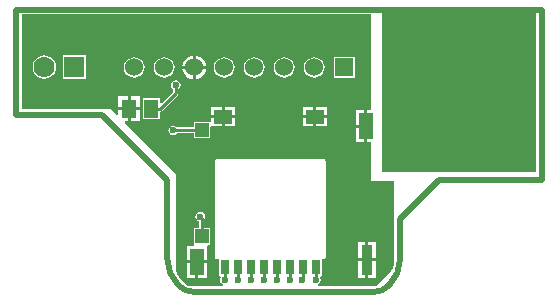
<source format=gtl>
G04*
G04 #@! TF.GenerationSoftware,Altium Limited,CircuitStudio,1.5.2 (1.5.2.30)*
G04*
G04 Layer_Physical_Order=1*
G04 Layer_Color=11767835*
%FSLAX44Y44*%
%MOMM*%
G71*
G01*
G75*
%ADD10R,1.3000X1.6000*%
%ADD11R,0.8000X1.2400*%
%ADD12R,0.9500X2.5000*%
%ADD13R,1.1500X2.2000*%
%ADD14R,1.1600X1.2500*%
%ADD15R,1.1600X1.2000*%
%ADD16R,1.5000X1.1500*%
%ADD17C,0.2540*%
%ADD18C,0.5000*%
%ADD19C,1.7780*%
%ADD20R,1.7780X1.7780*%
%ADD21C,1.5240*%
%ADD22R,1.5240X1.5240*%
%ADD23R,13.0000X14.0000*%
%ADD24C,0.6000*%
G36*
X469240Y425190D02*
X466420D01*
Y411650D01*
Y398110D01*
X469240D01*
Y365045D01*
X489247D01*
X489322Y298366D01*
X489323Y298365D01*
X488993Y295019D01*
X488017Y291802D01*
X486432Y288836D01*
X485098Y287211D01*
X484240Y286296D01*
X474240Y276295D01*
X424923D01*
X424510Y277470D01*
X424527Y277565D01*
X425794Y278411D01*
X426678Y279734D01*
X426988Y281295D01*
X426678Y282856D01*
X426194Y283580D01*
X426873Y284850D01*
X427700D01*
Y298248D01*
X427700Y299250D01*
X428859Y299518D01*
X430293D01*
X431058Y299835D01*
X431375Y300600D01*
Y382418D01*
X431058Y383184D01*
X430293Y383501D01*
X338200D01*
X337435Y383184D01*
X337118Y382418D01*
Y300600D01*
X337435Y299835D01*
X338200Y299518D01*
X339541D01*
X340700Y299250D01*
X340700Y298248D01*
Y284850D01*
X341737D01*
X342416Y283580D01*
X341932Y282856D01*
X341622Y281295D01*
X341932Y279734D01*
X342816Y278411D01*
X344082Y277565D01*
X344100Y277470D01*
X343686Y276295D01*
X314240D01*
X309182Y281236D01*
X307048Y283836D01*
X305463Y286801D01*
X304487Y290019D01*
X304165Y293284D01*
X304240Y293366D01*
X304240D01*
Y371295D01*
X260953Y414582D01*
X261439Y415755D01*
X263470D01*
Y425025D01*
X255700D01*
Y421494D01*
X254527Y421008D01*
X249240Y426295D01*
X174240D01*
Y506295D01*
X469240D01*
Y425190D01*
D02*
G37*
%LPC*%
G36*
X420830Y418330D02*
X412060D01*
Y411310D01*
X420830D01*
Y418330D01*
D02*
G37*
G36*
X432140D02*
X423370D01*
Y411310D01*
X432140D01*
Y418330D01*
D02*
G37*
G36*
X343030D02*
X334260D01*
Y415616D01*
X333100Y415350D01*
X332990Y415350D01*
X319500D01*
Y410664D01*
X305030D01*
X304884Y410884D01*
X303561Y411768D01*
X302000Y412078D01*
X300439Y411768D01*
X299116Y410884D01*
X298232Y409561D01*
X297922Y408000D01*
X298232Y406439D01*
X299116Y405116D01*
X300439Y404232D01*
X302000Y403922D01*
X303561Y404232D01*
X304884Y405116D01*
X305498Y406035D01*
X319500D01*
Y401350D01*
X333100D01*
Y411045D01*
X333100D01*
X334260Y411310D01*
X334370Y411310D01*
X343030D01*
Y418330D01*
D02*
G37*
G36*
X354340D02*
X345570D01*
Y411310D01*
X354340D01*
Y418330D01*
D02*
G37*
G36*
X343030Y427890D02*
X334260D01*
Y420870D01*
X343030D01*
Y427890D01*
D02*
G37*
G36*
X420830D02*
X412060D01*
Y420870D01*
X420830D01*
Y427890D01*
D02*
G37*
G36*
X463880Y425190D02*
X456860D01*
Y412920D01*
X463880D01*
Y425190D01*
D02*
G37*
G36*
X273780Y425025D02*
X266010D01*
Y415755D01*
X273780D01*
Y425025D01*
D02*
G37*
G36*
X464880Y297080D02*
X458860D01*
Y283310D01*
X464880D01*
Y297080D01*
D02*
G37*
G36*
X473440D02*
X467420D01*
Y283310D01*
X473440D01*
Y297080D01*
D02*
G37*
G36*
X320980Y295580D02*
X313960D01*
Y283310D01*
X320980D01*
Y295580D01*
D02*
G37*
G36*
X330540D02*
X323520D01*
Y283310D01*
X330540D01*
Y295580D01*
D02*
G37*
G36*
X473440Y313390D02*
X467420D01*
Y299620D01*
X473440D01*
Y313390D01*
D02*
G37*
G36*
X463880Y410380D02*
X456860D01*
Y398110D01*
X463880D01*
Y410380D01*
D02*
G37*
G36*
X325000Y339078D02*
X323439Y338768D01*
X322116Y337884D01*
X321232Y336561D01*
X320922Y335000D01*
X321232Y333439D01*
X322116Y332116D01*
X323439Y331232D01*
X323985Y331123D01*
Y325600D01*
X319500D01*
Y311660D01*
X319500Y311100D01*
X318524Y310390D01*
X318524Y310390D01*
X313960D01*
Y298120D01*
X322250D01*
Y296850D01*
D01*
Y298120D01*
X330540D01*
Y309830D01*
X330540Y310390D01*
X331516Y311100D01*
X331516Y311100D01*
X333100D01*
Y325600D01*
X328615D01*
Y333210D01*
X328768Y333439D01*
X329078Y335000D01*
X328768Y336561D01*
X327884Y337884D01*
X326561Y338768D01*
X325000Y339078D01*
D02*
G37*
G36*
X464880Y313390D02*
X458860D01*
Y299620D01*
X464880D01*
Y313390D01*
D02*
G37*
G36*
X354340Y427890D02*
X345570D01*
Y420870D01*
X354340D01*
Y427890D01*
D02*
G37*
G36*
X370840Y469989D02*
X368590Y469693D01*
X366493Y468825D01*
X364692Y467443D01*
X363310Y465642D01*
X362442Y463545D01*
X362146Y461295D01*
X362442Y459045D01*
X363310Y456948D01*
X364692Y455147D01*
X366493Y453765D01*
X368590Y452897D01*
X370840Y452601D01*
X373090Y452897D01*
X375187Y453765D01*
X376988Y455147D01*
X378370Y456948D01*
X379238Y459045D01*
X379534Y461295D01*
X379238Y463545D01*
X378370Y465642D01*
X376988Y467443D01*
X375187Y468825D01*
X373090Y469693D01*
X370840Y469989D01*
D02*
G37*
G36*
X396240D02*
X393990Y469693D01*
X391893Y468825D01*
X390092Y467443D01*
X388710Y465642D01*
X387842Y463545D01*
X387546Y461295D01*
X387842Y459045D01*
X388710Y456948D01*
X390092Y455147D01*
X391893Y453765D01*
X393990Y452897D01*
X396240Y452601D01*
X398490Y452897D01*
X400587Y453765D01*
X402388Y455147D01*
X403770Y456948D01*
X404638Y459045D01*
X404934Y461295D01*
X404638Y463545D01*
X403770Y465642D01*
X402388Y467443D01*
X400587Y468825D01*
X398490Y469693D01*
X396240Y469989D01*
D02*
G37*
G36*
X294640D02*
X292390Y469693D01*
X290293Y468825D01*
X288492Y467443D01*
X287110Y465642D01*
X286242Y463545D01*
X285946Y461295D01*
X286242Y459045D01*
X287110Y456948D01*
X288492Y455147D01*
X290293Y453765D01*
X292390Y452897D01*
X294640Y452601D01*
X296890Y452897D01*
X298987Y453765D01*
X300788Y455147D01*
X302170Y456948D01*
X303038Y459045D01*
X303334Y461295D01*
X303038Y463545D01*
X302170Y465642D01*
X300788Y467443D01*
X298987Y468825D01*
X296890Y469693D01*
X294640Y469989D01*
D02*
G37*
G36*
X345440D02*
X343190Y469693D01*
X341093Y468825D01*
X339292Y467443D01*
X337910Y465642D01*
X337042Y463545D01*
X336746Y461295D01*
X337042Y459045D01*
X337910Y456948D01*
X339292Y455147D01*
X341093Y453765D01*
X343190Y452897D01*
X345440Y452601D01*
X347690Y452897D01*
X349787Y453765D01*
X351588Y455147D01*
X352970Y456948D01*
X353838Y459045D01*
X354134Y461295D01*
X353838Y463545D01*
X352970Y465642D01*
X351588Y467443D01*
X349787Y468825D01*
X347690Y469693D01*
X345440Y469989D01*
D02*
G37*
G36*
X318770Y471375D02*
X317388Y471193D01*
X314916Y470170D01*
X312794Y468541D01*
X311165Y466419D01*
X310142Y463947D01*
X309960Y462565D01*
X318770D01*
Y471375D01*
D02*
G37*
G36*
X321310D02*
Y462565D01*
X330121D01*
X329939Y463947D01*
X328915Y466419D01*
X327286Y468541D01*
X325164Y470170D01*
X322692Y471193D01*
X321310Y471375D01*
D02*
G37*
G36*
X421640Y469989D02*
X419390Y469693D01*
X417293Y468825D01*
X415492Y467443D01*
X414110Y465642D01*
X413242Y463545D01*
X412946Y461295D01*
X413242Y459045D01*
X414110Y456948D01*
X415492Y455147D01*
X417293Y453765D01*
X419390Y452897D01*
X421640Y452601D01*
X423890Y452897D01*
X425987Y453765D01*
X427788Y455147D01*
X429170Y456948D01*
X430038Y459045D01*
X430334Y461295D01*
X430038Y463545D01*
X429170Y465642D01*
X427788Y467443D01*
X425987Y468825D01*
X423890Y469693D01*
X421640Y469989D01*
D02*
G37*
G36*
X455660Y469915D02*
X438420D01*
Y452675D01*
X455660D01*
Y469915D01*
D02*
G37*
G36*
X269240Y469989D02*
X266990Y469693D01*
X264893Y468825D01*
X263092Y467443D01*
X261710Y465642D01*
X260842Y463545D01*
X260546Y461295D01*
X260842Y459045D01*
X261710Y456948D01*
X263092Y455147D01*
X264893Y453765D01*
X266990Y452897D01*
X269240Y452601D01*
X271490Y452897D01*
X273587Y453765D01*
X275388Y455147D01*
X276770Y456948D01*
X277638Y459045D01*
X277934Y461295D01*
X277638Y463545D01*
X276770Y465642D01*
X275388Y467443D01*
X273587Y468825D01*
X271490Y469693D01*
X269240Y469989D01*
D02*
G37*
G36*
X273780Y436835D02*
X266010D01*
Y427565D01*
X273780D01*
Y436835D01*
D02*
G37*
G36*
X304240Y450373D02*
X302679Y450063D01*
X301356Y449179D01*
X300472Y447856D01*
X300162Y446295D01*
X300472Y444734D01*
X301356Y443411D01*
X301926Y443031D01*
Y440254D01*
X292413Y430742D01*
X291240Y431227D01*
Y435295D01*
X276240D01*
Y417295D01*
X291240D01*
Y423980D01*
X292126Y424157D01*
X292877Y424658D01*
X305877Y437658D01*
X306212Y438160D01*
X306378Y438409D01*
X306555Y439295D01*
Y443031D01*
X307124Y443411D01*
X308008Y444734D01*
X308318Y446295D01*
X308008Y447856D01*
X307124Y449179D01*
X305801Y450063D01*
X304240Y450373D01*
D02*
G37*
G36*
X432140Y427890D02*
X423370D01*
Y420870D01*
X432140D01*
Y427890D01*
D02*
G37*
G36*
X263470Y436835D02*
X255700D01*
Y427565D01*
X263470D01*
Y436835D01*
D02*
G37*
G36*
X193040Y471555D02*
X190458Y471215D01*
X188052Y470219D01*
X185986Y468633D01*
X184401Y466567D01*
X183405Y464162D01*
X183065Y461580D01*
X183405Y458998D01*
X184401Y456592D01*
X185986Y454526D01*
X188052Y452941D01*
X190458Y451944D01*
X193040Y451604D01*
X195622Y451944D01*
X198028Y452941D01*
X200094Y454526D01*
X201679Y456592D01*
X202675Y458998D01*
X203015Y461580D01*
X202675Y464162D01*
X201679Y466567D01*
X200094Y468633D01*
X198028Y470219D01*
X195622Y471215D01*
X193040Y471555D01*
D02*
G37*
G36*
X228330Y471470D02*
X208550D01*
Y451690D01*
X228330D01*
Y471470D01*
D02*
G37*
G36*
X318770Y460025D02*
X309960D01*
X310142Y458643D01*
X311165Y456171D01*
X312794Y454049D01*
X314916Y452420D01*
X317388Y451396D01*
X318770Y451214D01*
Y460025D01*
D02*
G37*
G36*
X330121D02*
X321310D01*
Y451214D01*
X322692Y451396D01*
X325164Y452420D01*
X327286Y454049D01*
X328915Y456171D01*
X329939Y458643D01*
X330121Y460025D01*
D02*
G37*
%LPD*%
D10*
X264740Y426295D02*
D03*
X283740D02*
D03*
D11*
X422700Y292050D02*
D03*
X411700D02*
D03*
X400700D02*
D03*
X389700D02*
D03*
X378700D02*
D03*
X367700D02*
D03*
X356700D02*
D03*
X345700D02*
D03*
D12*
X466150Y298350D02*
D03*
D13*
X322250Y296850D02*
D03*
X465150Y411650D02*
D03*
D14*
X326300Y318350D02*
D03*
D15*
Y408350D02*
D03*
D16*
X422100Y419600D02*
D03*
X344300D02*
D03*
D17*
X304240Y439295D02*
Y446295D01*
X291240Y426295D02*
X304240Y439295D01*
X283740Y426295D02*
X291240D01*
X367700Y292050D02*
X368240Y291510D01*
Y281295D02*
Y291510D01*
X411700Y281295D02*
Y292050D01*
X302000Y408000D02*
X302350Y408350D01*
X326300D01*
X325000Y335000D02*
X326300Y333700D01*
Y318350D02*
Y333700D01*
X389700Y281295D02*
Y292050D01*
X345700Y281295D02*
Y292050D01*
X356700Y280840D02*
Y292050D01*
X378700Y282400D02*
Y292050D01*
X400700Y280670D02*
Y292050D01*
X422700Y282400D02*
Y292050D01*
D18*
X307169Y276295D02*
G03*
X319240Y271295I12071J12071D01*
G01*
X297169Y298995D02*
G03*
X306149Y277315I30661J0D01*
G01*
X485260D02*
G03*
X494240Y298995I-21680J21680D01*
G01*
X472169Y271295D02*
G03*
X484240Y276295I0J17071D01*
G01*
X494240Y298995D02*
Y333295D01*
X527240Y366295D01*
X614240D01*
X169240Y421295D02*
X242169D01*
X297169Y366295D01*
Y298995D02*
Y366295D01*
X484240Y276295D02*
X485260Y277315D01*
X469240Y271295D02*
X472169D01*
X169240Y421295D02*
Y510000D01*
X614240Y366295D02*
Y510000D01*
X319240Y271295D02*
X469240D01*
X169240Y510000D02*
X614240D01*
D19*
X193040Y461580D02*
D03*
D20*
X218440Y461580D02*
D03*
D21*
X269240Y461295D02*
D03*
X294640D02*
D03*
X421640D02*
D03*
X396240D02*
D03*
X370840D02*
D03*
X345440D02*
D03*
X320040D02*
D03*
D22*
X447040D02*
D03*
D23*
X544240Y442545D02*
D03*
D24*
X304240Y446295D02*
D03*
X345700Y281295D02*
D03*
X368240D02*
D03*
X389700D02*
D03*
X302000Y408000D02*
D03*
X325000Y335000D02*
D03*
X356870Y281295D02*
D03*
X378940D02*
D03*
X400700D02*
D03*
X411480D02*
D03*
X422910D02*
D03*
M02*

</source>
